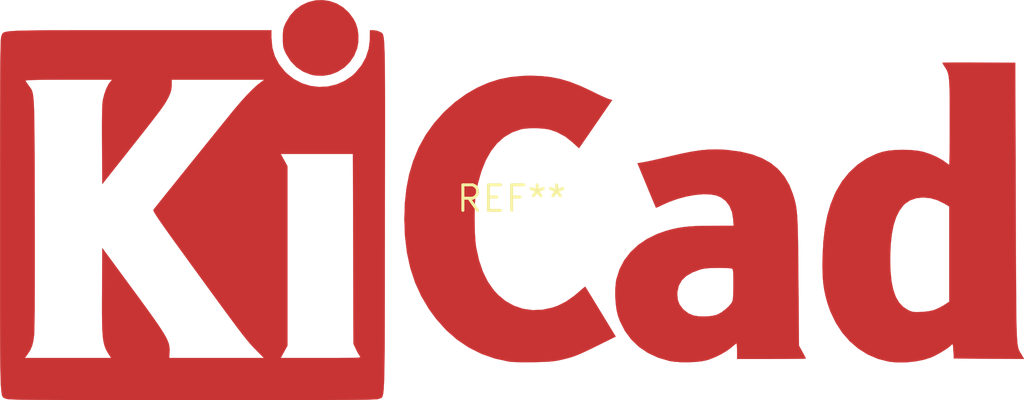
<source format=kicad_pcb>
(kicad_pcb (version 20240108) (generator pcbnew)
  (layers (0 "F.Cu" signal) (31 "B.Cu" signal) (34 "B.Paste" user) (35 "F.Paste" user) (36 "B.SilkS" user "B.Silkscreen") (37 "F.SilkS" user "F.Silkscreen") (38 "B.Mask" user) (39 "F.Mask" user) (44 "Edge.Cuts" user))
  (net 0 "")
  (footprint "KiCad-Logo_20mm_Copper" (layer "F.Cu") (at 0 0)
    (property "Reference" "REF**")
    (property "Value" "KiCad-Logo_20mm_Copper")
    (fp_poly (pts (xy -9.038074 -9.82526) (xy -8.696237 -9.706738) (xy -8.377974 -9.520185) (xy -8.093738 -9.265625) (xy -7.853979 -8.943082) (xy -7.746279 -8.739785) (xy -7.65307 -8.455428) (xy -7.607892 -8.127149) (xy -7.612896 -7.789658) (xy -7.668444 -7.483834) (xy -7.820269 -7.110127) (xy -8.04043 -6.785963) (xy -8.317736 -6.517721) (xy -8.640996 -6.311778) (xy -8.999023 -6.174513) (xy -9.380625 -6.112305) (xy -9.774612 -6.13153) (xy -9.968818 -6.172617) (xy -10.347308 -6.319849) (xy -10.683469 -6.544517) (xy -10.969191 -6.839695) (xy -11.196366 -7.198456) (xy -11.215586 -7.237635) (xy -11.282029 -7.384658) (xy -11.323748 -7.508483) (xy -11.346398 -7.639108) (xy -11.355636 -7.806534) (xy -11.357169 -7.98871) (xy -11.354634 -8.207586) (xy -11.34319 -8.365818) (xy -11.317083 -8.493746) (xy -11.270554 -8.621711) (xy -11.213121 -8.747961) (xy -10.998896 -9.10635) (xy -10.735086 -9.396534) (xy -10.432144 -9.618539) (xy -10.100521 -9.77239) (xy -9.750667 -9.85811) (xy -9.393034 -9.875725) (xy -9.038074 -9.82526)) (layer "F.Cu") (stroke (width 0.01)) (fill solid))
    (fp_poly (pts (xy 1.458655 -6.098705) (xy 1.94951 -6.044968) (xy 2.425066 -5.948784) (xy 2.904667 -5.805138) (xy 3.40766 -5.609011) (xy 3.95339 -5.355388) (xy 4.051669 -5.306261) (xy 4.277206 -5.19515) (xy 4.489919 -5.095101) (xy 4.668813 -5.015668) (xy 4.792894 -4.966408) (xy 4.811955 -4.960206) (xy 4.994623 -4.905477) (xy 4.176926 -3.715911) (xy 3.97701 -3.425175) (xy 3.794231 -3.15955) (xy 3.634805 -2.928053) (xy 3.504948 -2.739703) (xy 3.410875 -2.603517) (xy 3.358802 -2.528515) (xy 3.350342 -2.516636) (xy 3.315981 -2.541472) (xy 3.231399 -2.616133) (xy 3.111723 -2.727058) (xy 3.045676 -2.789755) (xy 2.671471 -3.087387) (xy 2.251211 -3.313554) (xy 1.889068 -3.437438) (xy 1.671679 -3.476345) (xy 1.399489 -3.500054) (xy 1.104511 -3.508127) (xy 0.81876 -3.500123) (xy 0.574248 -3.475603) (xy 0.476678 -3.456825) (xy 0.036912 -3.305526) (xy -0.35937 -3.074507) (xy -0.711874 -2.764192) (xy -1.020306 -2.375002) (xy -1.284374 -1.90736) (xy -1.503784 -1.361688) (xy -1.678243 -0.738409) (xy -1.781925 -0.204839) (xy -1.808976 0.030711) (xy -1.827406 0.335007) (xy -1.837395 0.686182) (xy -1.839121 1.06237) (xy -1.832761 1.441703) (xy -1.818494 1.802314) (xy -1.796498 2.122337) (xy -1.76695 2.379904) (xy -1.760554 2.419644) (xy -1.619582 3.059767) (xy -1.427507 3.626306) (xy -1.183162 4.121797) (xy -0.885376 4.54878) (xy -0.674 4.779625) (xy -0.294124 5.093046) (xy 0.12248 5.325367) (xy 0.568784 5.475325) (xy 1.037761 5.541656) (xy 1.522383 5.523095) (xy 2.015622 5.418377) (xy 2.307233 5.315912) (xy 2.710776 5.110727) (xy 3.1267 4.816395) (xy 3.359682 4.617353) (xy 3.490502 4.502151) (xy 3.593284 4.417632) (xy 3.651788 4.376906) (xy 3.65905 4.375663) (xy 3.685162 4.417278) (xy 3.752821 4.527247) (xy 3.856262 4.696142) (xy 3.989722 4.914536) (xy 4.147438 5.173) (xy 4.323644 5.462108) (xy 4.421723 5.62316) (xy 5.170878 6.853669) (xy 4.235528 7.315916) (xy 3.89734 7.481954) (xy 3.623379 7.612882) (xy 3.396899 7.715204) (xy 3.201152 7.795422) (xy 3.019394 7.860038) (xy 2.834877 7.915555) (xy 2.630856 7.968476) (xy 2.435304 8.014949) (xy 2.261492 8.050909) (xy 2.07972 8.078085) (xy 1.871789 8.097985) (xy 1.619505 8.112116) (xy 1.304668 8.121987) (xy 1.092473 8.126248) (xy 0.789705 8.129156) (xy 0.499389 8.12769) (xy 0.240738 8.122267) (xy 0.032963 8.113306) (xy -0.104723 8.101225) (xy -0.112882 8.10002) (xy -0.827848 7.945341) (xy -1.499251 7.710749) (xy -2.126853 7.396398) (xy -2.710419 7.002444) (xy -3.249713 6.52904) (xy -3.744499 5.976342) (xy -4.102835 5.485125) (xy -4.484315 4.842164) (xy -4.792685 4.163159) (xy -5.029436 3.442667) (xy -5.19606 2.675243) (xy -5.294047 1.855445) (xy -5.324918 1.022999) (xy -5.299528 0.217723) (xy -5.21974 -0.525263) (xy -5.083019 -1.218491) (xy -4.886828 -1.874494) (xy -4.628634 -2.505804) (xy -4.597804 -2.571209) (xy -4.258157 -3.182601) (xy -3.840996 -3.764401) (xy -3.358141 -4.304567) (xy -2.82141 -4.791056) (xy -2.242623 -5.211826) (xy -1.703311 -5.520476) (xy -1.158493 -5.762217) (xy -0.612518 -5.937328) (xy -0.044252 -6.050579) (xy 0.567442 -6.106733) (xy 0.933154 -6.115013) (xy 1.458655 -6.098705)) (layer "F.Cu") (stroke (width 0.01)) (fill solid))
    (fp_poly (pts (xy 22.684945 -6.77397) (xy 23.07209 -6.772382) (xy 23.203673 -6.77158) (xy 25.013082 -6.759678) (xy 25.035842 0.182079) (xy 25.038848 1.123401) (xy 25.041514 1.978107) (xy 25.04401 2.750619) (xy 25.04651 3.445356) (xy 25.049182 4.066742) (xy 25.0522 4.619198) (xy 25.055733 5.107144) (xy 25.059954 5.535003) (xy 25.065033 5.907196) (xy 25.071142 6.228145) (xy 25.078452 6.502271) (xy 25.087134 6.733996) (xy 25.09736 6.927741) (xy 25.1093 7.087927) (xy 25.123126 7.218977) (xy 25.139009 7.325311) (xy 25.157121 7.411352) (xy 25.177632 7.48152) (xy 25.200714 7.540238) (xy 25.226538 7.591926) (xy 25.255275 7.641007) (xy 25.287097 7.691901) (xy 25.322175 7.749031) (xy 25.329365 7.761199) (xy 25.449993 7.967036) (xy 21.963261 7.94319) (xy 21.940501 7.560237) (xy 21.928109 7.376455) (xy 21.915195 7.270204) (xy 21.897672 7.228044) (xy 21.871454 7.236537) (xy 21.849462 7.26083) (xy 21.753661 7.349319) (xy 21.597522 7.463061) (xy 21.403042 7.588466) (xy 21.192219 7.711944) (xy 20.987053 7.819905) (xy 20.829522 7.890935) (xy 20.460457 8.007658) (xy 20.037011 8.09034) (xy 19.590444 8.135824) (xy 19.152018 8.140948) (xy 18.752992 8.102554) (xy 18.746422 8.101455) (xy 18.200422 7.964449) (xy 17.689313 7.746167) (xy 17.218024 7.451301) (xy 16.791487 7.084543) (xy 16.41463 6.650585) (xy 16.092383 6.15412) (xy 15.829676 5.599839) (xy 15.68664 5.189247) (xy 15.592315 4.845742) (xy 15.522364 4.513112) (xy 15.474649 4.17115) (xy 15.447031 3.799651) (xy 15.437371 3.378408) (xy 15.441649 3.034436) (xy 18.800543 3.034436) (xy 18.816437 3.61122) (xy 18.866578 4.107445) (xy 18.952506 4.527516) (xy 19.075764 4.875836) (xy 19.237896 5.156811) (xy 19.440444 5.374843) (xy 19.674243 5.528975) (xy 19.7959 5.586515) (xy 19.901412 5.621012) (xy 20.019046 5.636794) (xy 20.177071 5.638192) (xy 20.347311 5.632047) (xy 20.682102 5.602517) (xy 20.946891 5.544689) (xy 21.030107 5.515722) (xy 21.220125 5.43017) (xy 21.420538 5.322738) (xy 21.508064 5.26896) (xy 21.735663 5.119675) (xy 21.735663 0.387843) (xy 21.485304 0.237775) (xy 21.136153 0.068204) (xy 20.779431 -0.032081) (xy 20.428183 -0.063674) (xy 20.095455 -0.027164) (xy 19.794295 0.076855) (xy 19.537748 0.247793) (xy 19.454969 0.329843) (xy 19.255437 0.598686) (xy 19.09394 0.924118) (xy 18.969129 1.311718) (xy 18.879655 1.767064) (xy 18.824166 2.295735) (xy 18.801315 2.903307) (xy 18.800543 3.034436) (xy 15.441649 3.034436) (xy 15.443431 2.89126) (xy 15.481804 2.141931) (xy 15.558963 1.466046) (xy 15.676941 0.853761) (xy 15.837769 0.295229) (xy 16.043479 -0.219395) (xy 16.116886 -0.371964) (xy 16.412568 -0.869506) (xy 16.769884 -1.311654) (xy 17.180432 -1.691271) (xy 17.635813 -2.00122) (xy 18.127623 -2.234363) (xy 18.422432 -2.330536) (xy 18.711964 -2.38763) (xy 19.060341 -2.421599) (xy 19.438357 -2.432458) (xy 19.816808 -2.420223) (xy 20.166487 -2.384909) (xy 20.447253 -2.329508) (xy 20.781429 -2.220864) (xy 21.105325 -2.081155) (xy 21.388708 -1.924534) (xy 21.539535 -1.818237) (xy 21.643573 -1.739194) (xy 21.716422 -1.691065) (xy 21.732993 -1.68423) (xy 21.738131 -1.728265) (xy 21.742922 -1.854435) (xy 21.747259 -2.053836) (xy 21.751036 -2.317563) (xy 21.754147 -2.636711) (xy 21.756485 -3.002377) (xy 21.757946 -3.405656) (xy 21.758422 -3.816422) (xy 21.758156 -4.342541) (xy 21.756847 -4.786105) (xy 21.753731 -5.155599) (xy 21.748042 -5.459507) (xy 21.739015 -5.706313) (xy 21.725886 -5.904502) (xy 21.707889 -6.062558) (xy 21.684259 -6.188966) (xy 21.654232 -6.29221) (xy 21.617042 -6.380774) (xy 21.571923 -6.463142) (xy 21.518112 -6.547799) (xy 21.511189 -6.558281) (xy 21.441785 -6.667925) (xy 21.399883 -6.743321) (xy 21.394265 -6.759224) (xy 21.438171 -6.764242) (xy 21.563448 -6.768324) (xy 21.760429 -6.771403) (xy 22.019449 -6.773415) (xy 22.330843 -6.774293) (xy 22.684945 -6.77397)) (layer "F.Cu") (stroke (width 0.01)) (fill solid))
    (fp_poly (pts (xy 10.501585 -2.439387) (xy 10.72712 -2.422315) (xy 11.372403 -2.336463) (xy 11.943869 -2.199529) (xy 12.4443 -2.009629) (xy 12.876481 -1.76488) (xy 13.243194 -1.463397) (xy 13.547223 -1.103296) (xy 13.791352 -0.682693) (xy 13.969619 -0.227599) (xy 14.014869 -0.082431) (xy 14.054273 0.053512) (xy 14.088295 0.187548) (xy 14.117399 0.326998) (xy 14.14205 0.47918) (xy 14.162713 0.651412) (xy 14.179851 0.851015) (xy 14.19393 1.085305) (xy 14.205414 1.361603) (xy 14.214768 1.687227) (xy 14.222456 2.069496) (xy 14.228943 2.515729) (xy 14.234692 3.033245) (xy 14.24017 3.629363) (xy 14.244086 4.096774) (xy 14.27043 7.305914) (xy 14.441129 7.614739) (xy 14.521959 7.763518) (xy 14.58211 7.87908) (xy 14.610806 7.94059) (xy 14.611827 7.944757) (xy 14.567967 7.949525) (xy 14.443018 7.953919) (xy 14.246935 7.957814) (xy 13.989667 7.961088) (xy 13.681167 7.963616) (xy 13.331388 7.965275) (xy 12.950279 7.965942) (xy 12.904838 7.96595) (xy 11.197849 7.96595) (xy 11.197849 7.579032) (xy 11.194938 7.404178) (xy 11.187171 7.270451) (xy 11.175994 7.198752) (xy 11.171054 7.192114) (xy 11.125872 7.219917) (xy 11.032885 7.292885) (xy 10.912026 7.395359) (xy 10.909316 7.39773) (xy 10.688763 7.561933) (xy 10.410222 7.726815) (xy 10.105167 7.876177) (xy 9.805071 7.993821) (xy 9.672939 8.034024) (xy 9.409985 8.085086) (xy 9.087329 8.11767) (xy 8.734506 8.131311) (xy 8.381053 8.125545) (xy 8.056507 8.099908) (xy 7.82939 8.063018) (xy 7.272424 7.89946) (xy 6.771005 7.666365) (xy 6.328399 7.366623) (xy 5.947868 7.003127) (xy 5.632677 6.578769) (xy 5.386088 6.09644) (xy 5.279708 5.803763) (xy 5.213038 5.519294) (xy 5.168855 5.177797) (xy 5.148412 4.810773) (xy 5.149084 4.757367) (xy 8.227688 4.757367) (xy 8.253217 5.030088) (xy 8.338225 5.256737) (xy 8.495341 5.467013) (xy 8.555685 5.528672) (xy 8.7702 5.695368) (xy 9.018141 5.802156) (xy 9.315189 5.853849) (xy 9.627998 5.857654) (xy 9.92469 5.832523) (xy 10.151854 5.783368) (xy 10.25051 5.746448) (xy 10.428325 5.645826) (xy 10.616729 5.504315) (xy 10.788625 5.345492) (xy 10.916918 5.192933) (xy 10.950985 5.136969) (xy 10.977468 5.058595) (xy 10.996297 4.933888) (xy 11.008348 4.750933) (xy 11.0145 4.49782) (xy 11.01577 4.256925) (xy 11.01491 3.976073) (xy 11.011434 3.772998) (xy 11.004003 3.634443) (xy 10.991276 3.547154) (xy 10.971911 3.497876) (xy 10.944568 3.473354) (xy 10.936111 3.469449) (xy 10.862618 3.457421) (xy 10.717668 3.447583) (xy 10.520834 3.440822) (xy 10.29169 3.438025) (xy 10.241935 3.438022) (xy 9.935643 3.44291) (xy 9.699012 3.457449) (xy 9.510985 3.483628) (xy 9.355671 3.521863) (xy 8.97041 3.667559) (xy 8.668289 3.846684) (xy 8.446691 4.062103) (xy 8.303002 4.316683) (xy 8.234604 4.613287) (xy 8.227688 4.757367) (xy 5.149084 4.757367) (xy 5.15296 4.449723) (xy 5.183754 4.126148) (xy 5.207774 3.99542) (xy 5.36115 3.510029) (xy 5.594373 3.063423) (xy 5.903039 2.659886) (xy 6.282747 2.303702) (xy 6.729095 1.999153) (xy 7.237679 1.750524) (xy 7.670071 1.599545) (xy 7.959057 1.520226) (xy 8.23547 1.458592) (xy 8.517215 1.412642) (xy 8.822196 1.380374) (xy 9.168316 1.359786) (xy 9.573479 1.348877) (xy 9.939787 1.345805) (xy 11.02599 1.342831) (xy 11.005183 1.01633) (xy 10.946095 0.662071) (xy 10.820402 0.357572) (xy 10.633455 0.110436) (xy 10.390606 -0.071734) (xy 10.176773 -0.160627) (xy 9.870392 -0.216651) (xy 9.505657 -0.224696) (xy 9.099666 -0.187728) (xy 8.669518 -0.108714) (xy 8.232309 0.009382) (xy 7.805137 0.163592) (xy 7.494707 0.30463) (xy 7.345352 0.377052) (xy 7.231431 0.427634) (xy 7.173496 0.447371) (xy 7.170351 0.446738) (xy 7.150359 0.402529) (xy 7.100437 0.28535) (xy 7.025283 0.106425) (xy 6.929595 -0.123017) (xy 6.81807 -0.391751) (xy 6.704707 -0.666008) (xy 6.251495 -1.764453) (xy 6.573866 -1.817402) (xy 6.713591 -1.843969) (xy 6.923638 -1.888588) (xy 7.186013 -1.947211) (xy 7.482722 -2.015786) (xy 7.795772 -2.090263) (xy 7.92043 -2.120529) (xy 8.45973 -2.245615) (xy 8.931887 -2.339396) (xy 9.354525 -2.403769) (xy 9.74527 -2.440629) (xy 10.121748 -2.45187) (xy 10.501585 -2.439387)) (layer "F.Cu") (stroke (width 0.01)) (fill solid))
    (fp_poly (pts (xy -19.745743 -8.375764) (xy -18.868739 -8.375646) (xy -18.460505 -8.375628) (xy -11.926165 -8.375628) (xy -11.926165 -7.990444) (xy -11.885053 -7.521707) (xy -11.760973 -7.089402) (xy -11.55281 -6.69096) (xy -11.25945 -6.323811) (xy -11.160197 -6.224651) (xy -10.803159 -5.943382) (xy -10.409482 -5.738246) (xy -9.990861 -5.60915) (xy -9.558988 -5.556001) (xy -9.125555 -5.578706) (xy -8.702255 -5.677172) (xy -8.300781 -5.851304) (xy -7.932826 -6.101012) (xy -7.767572 -6.251665) (xy -7.459622 -6.62104) (xy -7.233806 -7.027231) (xy -7.092094 -7.465596) (xy -7.036453 -7.93149) (xy -7.035714 -7.977323) (xy -7.032796 -8.375613) (xy -6.857741 -8.37562) (xy -6.70245 -8.354545) (xy -6.560593 -8.303266) (xy -6.551218 -8.297968) (xy -6.519179 -8.281344) (xy -6.489757 -8.268397) (xy -6.462847 -8.255356) (xy -6.438342 -8.23845) (xy -6.416135 -8.213908) (xy -6.39612 -8.177959) (xy -6.378192 -8.126831) (xy -6.362243 -8.056755) (xy -6.348168 -7.963957) (xy -6.335859 -7.844668) (xy -6.325212 -7.695116) (xy -6.316118 -7.511531) (xy -6.308473 -7.29014) (xy -6.302169 -7.027173) (xy -6.2971 -6.718859) (xy -6.293161 -6.361427) (xy -6.290244 -5.951105) (xy -6.288244 -5.484122) (xy -6.287054 -4.956708) (xy -6.286567 -4.365091) (xy -6.286678 -3.705499) (xy -6.287279 -2.974163) (xy -6.288266 -2.167311) (xy -6.289531 -1.281171) (xy -6.290968 -0.311972) (xy -6.29247 0.744056) (xy -6.292645 0.872715) (xy -6.293992 1.935478) (xy -6.295135 2.910971) (xy -6.296195 3.802964) (xy -6.297294 4.615226) (xy -6.298551 5.351528) (xy -6.300088 6.015637) (xy -6.302027 6.611324) (xy -6.304488 7.142359) (xy -6.307592 7.612509) (xy -6.31146 8.025546) (xy -6.316214 8.385238) (xy -6.321975 8.695355) (xy -6.328863 8.959666) (xy -6.337 9.18194) (xy -6.346506 9.365948) (xy -6.357503 9.515458) (xy -6.370112 9.63424) (xy -6.384454 9.726063) (xy -6.40065 9.794696) (xy -6.418821 9.84391) (xy -6.439088 9.877474) (xy -6.461572 9.899156) (xy -6.486394 9.912726) (xy -6.513676 9.921955) (xy -6.543538 9.93061) (xy -6.576101 9.942462) (xy -6.584056 9.94607) (xy -6.609057 9.954177) (xy -6.650901 9.961626) (xy -6.713243 9.968443) (xy -6.799736 9.974655) (xy -6.914033 9.980288) (xy -7.059788 9.985368) (xy -7.240656 9.989923) (xy -7.46029 9.993979) (xy -7.722343 9.997561) (xy -8.030469 10.000698) (xy -8.388322 10.003415) (xy -8.799556 10.005739) (xy -9.267824 10.007696) (xy -9.79678 10.009312) (xy -10.390077 10.010616) (xy -11.05137 10.011632) (xy -11.784313 10.012387) (xy -12.592558 10.012909) (xy -13.47976 10.013223) (xy -14.449571 10.013355) (xy -15.505647 10.013334) (xy -15.84774 10.0133) (xy -16.927244 10.013127) (xy -17.919407 10.012844) (xy -18.827925 10.012421) (xy -19.656495 10.011831) (xy -20.408816 10.011044) (xy -21.088585 10.010031) (xy -21.699499 10.008763) (xy -22.245256 10.007212) (xy -22.729552 10.005349) (xy -23.156086 10.003144) (xy -23.528555 10.000569) (xy -23.850656 9.997595) (xy -24.126087 9.994193) (xy -24.358545 9.990334) (xy -24.551728 9.98599) (xy -24.709332 9.98113) (xy -24.835056 9.975727) (xy -24.932597 9.969752) (xy -25.005652 9.963176) (xy -25.057919 9.955969) (xy -25.093095 9.948103) (xy -25.112271 9.9409) (xy -25.146352 9.926527) (xy -25.177645 9.915928) (xy -25.206267 9.905339) (xy -25.232337 9.890995) (xy -25.255974 9.869133) (xy -25.277295 9.835989) (xy -25.29642 9.787799) (xy -25.313467 9.720798) (xy -25.328554 9.631222) (xy -25.3418 9.515308) (xy -25.353323 9.36929) (xy -25.363242 9.189407) (xy -25.371675 8.971892) (xy -25.378741 8.712982) (xy -25.384558 8.408913) (xy -25.389245 8.055921) (xy -25.390472 7.92043) (xy -24.175601 7.92043) (xy -19.881645 7.92043) (xy -19.964268 7.795251) (xy -20.046462 7.666613) (xy -20.116066 7.544116) (xy -20.174068 7.419187) (xy -20.221461 7.283255) (xy -20.259233 7.127746) (xy -20.288375 6.944088) (xy -20.309876 6.723708) (xy -20.324728 6.458033) (xy -20.333919 6.138492) (xy -20.33844 5.756512) (xy -20.339281 5.303519) (xy -20.337432 4.770943) (xy -20.336383 4.57322) (xy -20.324552 2.453539) (xy -18.981721 4.281684) (xy -18.601299 4.800306) (xy -18.271709 5.251905) (xy -17.989391 5.642464) (xy -17.750789 5.977967) (xy -17.552341 6.264395) (xy -17.390491 6.507733) (xy -17.261678 6.713964) (xy -17.162344 6.889069) (xy -17.088931 7.039033) (xy -17.037879 7.169838) (xy -17.00563 7.287467) (xy -16.988625 7.397903) (xy -16.983305 7.507129) (xy -16.986112 7.621128) (xy -16.986828 7.635457) (xy -17.001613 7.920621) (xy -14.648727 7.920525) (xy -12.295841 7.92043) (xy -12.64586 7.567499) (xy -12.74084 7.47097) (xy -12.830943 7.377042) (xy -12.920126 7.280537) (xy -13.01234 7.176274) (xy -13.111542 7.059072) (xy -13.221685 6.923752) (xy -13.346723 6.765134) (xy -13.490612 6.578038) (xy -13.657304 6.357283) (xy -13.850756 6.097689) (xy -14.07492 5.794077) (xy -14.333751 5.441266) (xy -14.631204 5.034077) (xy -14.971232 4.567328) (xy -15.357791 4.035841) (xy -15.674636 3.599866) (xy -16.072287 3.052153) (xy -16.41918 2.573262) (xy -16.718457 2.158645) (xy -16.973261 1.803756) (xy -17.186734 1.504049) (xy -17.362019 1.254977) (xy -17.502259 1.051993) (xy -17.610595 0.890551) (xy -17.690171 0.766104) (xy -17.744128 0.674105) (xy -17.77561 0.610007) (xy -17.787759 0.569264) (xy -17.784107 0.547844) (xy -17.739855 0.49084) (xy -17.64418 0.37018) (xy -17.502855 0.193034) (xy -17.321653 -0.033425) (xy -17.106346 -0.302026) (xy -16.862709 -0.605596) (xy -16.596514 -0.936963) (xy -16.313534 -1.288955) (xy -16.019542 -1.654401) (xy -15.720311 -2.026128) (xy -15.555725 -2.230466) (xy -11.469246 -2.230466) (xy -11.12957 -1.61595) (xy -11.12957 7.305914) (xy -11.469246 7.92043) (xy -9.460185 7.92043) (xy -8.980568 7.92029) (xy -8.584411 7.919661) (xy -8.264136 7.918225) (xy -8.012163 7.915666) (xy -7.820914 7.911667) (xy -7.682809 7.905911) (xy -7.590269 7.898081) (xy -7.535716 7.887862) (xy -7.511571 7.874935) (xy -7.510254 7.858985) (xy -7.524188 7.839695) (xy -7.524332 7.839536) (xy -7.581726 7.756512) (xy -7.657728 7.621517) (xy -7.724846 7.486758) (xy -7.852151 7.214874) (xy -7.865135 2.492204) (xy -7.878118 -2.230466) (xy -11.469246 -2.230466) (xy -15.555725 -2.230466) (xy -15.421615 -2.396965) (xy -15.129226 -2.759739) (xy -14.848916 -3.107278) (xy -14.586461 -3.432411) (xy -14.347631 -3.727965) (xy -14.138201 -3.986769) (xy -13.963943 -4.20165) (xy -13.830631 -4.365437) (xy -13.752329 -4.460932) (xy -13.448272 -4.818033) (xy -13.155753 -5.140283) (xy -12.885026 -5.417134) (xy -12.646341 -5.638034) (xy -12.476952 -5.773465) (xy -12.276664 -5.917563) (xy -16.883066 -5.917563) (xy -16.881773 -5.647256) (xy -16.894647 -5.448529) (xy -16.943047 -5.264289) (xy -17.01797 -5.08964) (xy -17.066673 -4.990974) (xy -17.119038 -4.893209) (xy -17.179847 -4.789856) (xy -17.253885 -4.674424) (xy -17.345935 -4.540424) (xy -17.460781 -4.381364) (xy -17.603205 -4.190756) (xy -17.777992 -3.962108) (xy -17.989925 -3.68893) (xy -18.243788 -3.364733) (xy -18.544364 -2.983026) (xy -18.896436 -2.537319) (xy -18.936201 -2.487028) (xy -20.324552 -0.731342) (xy -20.337993 -2.675797) (xy -20.340699 -3.258218) (xy -20.340123 -3.751283) (xy -20.336236 -4.156617) (xy -20.329011 -4.475846) (xy -20.318418 -4.710594) (xy -20.304431 -4.862487) (xy -20.29973 -4.8913) (xy -20.225973 -5.194805) (xy -20.129336 -5.468416) (xy -20.019061 -5.68841) (xy -19.952812 -5.781714) (xy -19.838503 -5.917563) (xy -22.007422 -5.917563) (xy -22.524808 -5.917121) (xy -22.957462 -5.915681) (xy -23.311689 -5.913076) (xy -23.593794 -5.909138) (xy -23.81008 -5.903699) (xy -23.966851 -5.896591) (xy -24.070413 -5.887646) (xy -24.127069 -5.876695) (xy -24.143123 -5.86357) (xy -24.142013 -5.860663) (xy -24.096034 -5.791261) (xy -24.019273 -5.681253) (xy -23.979559 -5.625616) (xy -23.938498 -5.570094) (xy -23.901592 -5.520443) (xy -23.868606 -5.471778) (xy -23.839309 -5.419211) (xy -23.813468 -5.357856) (xy -23.790851 -5.282828) (xy -23.771226 -5.189241) (xy -23.75436 -5.072208) (xy -23.740021 -4.926843) (xy -23.727976 -4.748261) (xy -23.717993 -4.531575) (xy -23.70984 -4.271898) (xy -23.703285 -3.964346) (xy -23.698094 -3.604031) (xy -23.694036 -3.186068) (xy -23.690879 -2.70557) (xy -23.688389 -2.157652) (xy -23.686335 -1.537428) (xy -23.684483 -0.840011) (xy -23.682603 -0.060514) (xy -23.680846 0.65559) (xy -23.679186 1.453921) (xy -23.678324 2.215604) (xy -23.678235 2.935773) (xy -23.678896 3.609563) (xy -23.680286 4.232108) (xy -23.682381 4.798544) (xy -23.685157 5.304006) (xy -23.688593 5.743628) (xy -23.692665 6.112545) (xy -23.69735 6.405892) (xy -23.702626 6.618804) (xy -23.708469 6.746416) (xy -23.709575 6.759902) (xy -23.749841 7.06928) (xy -23.812706 7.317744) (xy -23.908439 7.534584) (xy -24.047314 7.749087) (xy -24.064685 7.772491) (xy -24.175601 7.92043) (xy -25.390472 7.92043) (xy -25.39292 7.650242) (xy -25.395701 7.188111) (xy -25.397707 6.665765) (xy -25.399057 6.07944) (xy -25.399869 5.425371) (xy -25.40026 4.699795) (xy -25.400351 3.898947) (xy -25.40026 3.019063) (xy -25.400104 2.056379) (xy -25.400003 1.007132) (xy -25.4 0.798835) (xy -25.399941 -0.261463) (xy -25.399744 -1.234458) (xy -25.39938 -2.123887) (xy -25.39882 -2.933485) (xy -25.398036 -3.666991) (xy -25.396997 -4.32814) (xy -25.395676 -4.920668) (xy -25.394043 -5.448313) (xy -25.392069 -5.914811) (xy -25.389726 -6.323898) (xy -25.386984 -6.679311) (xy -25.383814 -6.984786) (xy -25.380187 -7.24406) (xy -25.376075 -7.46087) (xy -25.371448 -7.638951) (xy -25.366278 -7.782041) (xy -25.360535 -7.893876) (xy -25.354191 -7.978193) (xy -25.347216 -8.038727) (xy -25.339581 -8.079216) (xy -25.331258 -8.103396) (xy -25.33095 -8.103999) (xy -25.313807 -8.140938) (xy -25.299529 -8.17438) (xy -25.283735 -8.204498) (xy -25.262042 -8.231466) (xy -25.230072 -8.255457) (xy -25.183442 -8.276644) (xy -25.117771 -8.2952) (xy -25.028679 -8.311299) (xy -24.911784 -8.325114) (xy -24.762706 -8.336817) (xy -24.577062 -8.346583) (xy -24.350473 -8.354584) (xy -24.078558 -8.360994) (xy -23.756934 -8.365985) (xy -23.381222 -8.369731) (xy -22.947039 -8.372406) (xy -22.450006 -8.374182) (xy -21.885741 -8.375233) (xy -21.249862 -8.375731) (xy -20.53799 -8.375851) (xy -19.745743 -8.375764)) (layer "F.Cu") (stroke (width 0.01)) (fill solid))
  )
)
</source>
